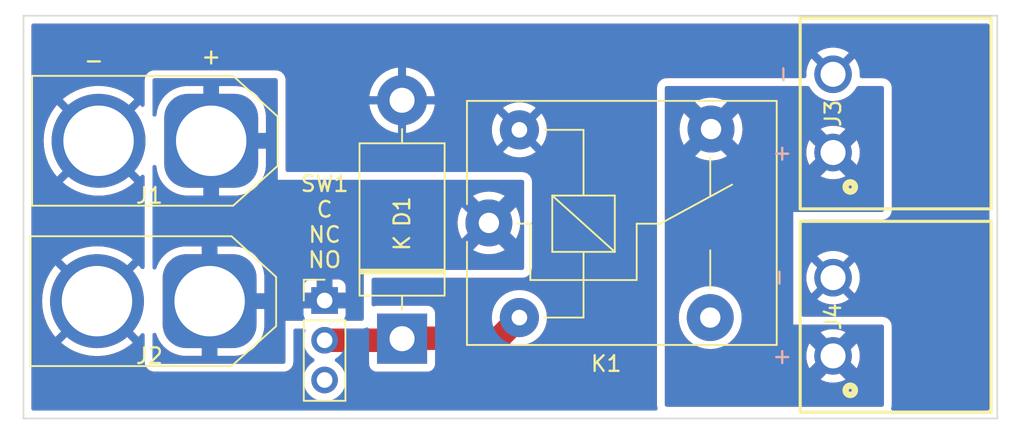
<source format=kicad_pcb>
(kicad_pcb (version 20211014) (generator pcbnew)
  (layers (0 "F.Cu" signal) (31 "B.Cu" signal) (34 "B.Paste" user) (35 "F.Paste" user) (36 "B.SilkS" user "B.Silkscreen") (37 "F.SilkS" user "F.Silkscreen") (38 "B.Mask" user) (39 "F.Mask" user) (44 "Edge.Cuts" user))
  (net 0 "")
  (net 1 "GND")
  (net 2 "Net-(K1-Pad2)")
  (net 3 "+BATT")
  (net 4 "/OUT")
  (footprint "Diode_THT:D_DO-201AD_P15.24mm_Horizontal" (layer "F.Cu") (at 102.2 75.4 90)
    (fp_text reference "D1" (at 8.12 0 90) (layer "F.SilkS"))
    (fp_text value "1N5408")
    (fp_text user "K" (at 6.12 0 90) (layer "F.SilkS"))
    (fp_line (start 1.84 0) (end 2.75 0) (layer "F.SilkS") (width 0.12))
    (fp_line (start 12.49 2.72) (end 12.49 -2.72) (layer "F.SilkS") (width 0.12))
    (fp_line (start 13.4 0) (end 12.49 0) (layer "F.SilkS") (width 0.12))
    (fp_line (start 12.49 -2.72) (end 2.75 -2.72) (layer "F.SilkS") (width 0.12))
    (fp_line (start 4.295 -2.72) (end 4.295 2.72) (layer "F.SilkS") (width 0.12))
    (fp_line (start 4.175 -2.72) (end 4.175 2.72) (layer "F.SilkS") (width 0.12))
    (fp_line (start 2.75 -2.72) (end 2.75 2.72) (layer "F.SilkS") (width 0.12))
    (fp_line (start 4.415 -2.72) (end 4.415 2.72) (layer "F.SilkS") (width 0.12))
    (fp_line (start 2.75 2.72) (end 12.49 2.72) (layer "F.SilkS") (width 0.12))
    (pad "1" thru_hole rect (at 0 0 90) (size 3.2 3.2) (drill 1.6) (layers *.Cu *.Mask) (net 2 "Net-(K1-Pad2)"))
    (pad "2" thru_hole oval (at 15.24 0 90) (size 3.2 3.2) (drill 1.6) (layers *.Cu *.Mask) (net 1 "GND"))
  )
  (footprint "Connector_PinHeader_2.54mm:PinHeader_1x03_P2.54mm_Vertical" (layer "F.Cu") (at 97.25 72.96)
    (fp_text reference "SW1" (at 0 -7.46) (layer "F.SilkS"))
    (fp_text value "BAU")
    (fp_line (start -1.33 -1.33) (end 0 -1.33) (layer "F.SilkS") (width 0.12))
    (fp_line (start 1.33 1.27) (end 1.33 6.41) (layer "F.SilkS") (width 0.12))
    (fp_line (start -1.33 6.41) (end 1.33 6.41) (layer "F.SilkS") (width 0.12))
    (fp_line (start -1.33 1.27) (end -1.33 6.41) (layer "F.SilkS") (width 0.12))
    (fp_line (start -1.33 0) (end -1.33 -1.33) (layer "F.SilkS") (width 0.12))
    (fp_line (start -1.33 1.27) (end 1.33 1.27) (layer "F.SilkS") (width 0.12))
    (pad "1" thru_hole rect (at 0 0) (size 1.7 1.7) (drill 1) (layers *.Cu *.Mask) (net 3 "+BATT"))
    (pad "2" thru_hole oval (at 0 2.54) (size 1.7 1.7) (drill 1) (layers *.Cu *.Mask) (net 2 "Net-(K1-Pad2)"))
    (pad "3" thru_hole oval (at 0 5.08) (size 1.7 1.7) (drill 1) (layers *.Cu *.Mask))
  )
  (footprint "Connector_AMASS:AMASS_XT60-M_1x02_P7.20mm_Vertical" (layer "F.Cu") (at 90 62.75 180)
    (fp_text reference "J1" (at 3.95 -3.5) (layer "F.SilkS"))
    (fp_text value "BATT")
    (fp_line (start 11.45 4.15) (end 11.45 -4.15) (layer "F.SilkS") (width 0.12))
    (fp_line (start 11.45 -4.15) (end -1.4 -4.15) (layer "F.SilkS") (width 0.12))
    (fp_line (start -1.4 4.15) (end 11.45 4.15) (layer "F.SilkS") (width 0.12))
    (fp_line (start -1.4 -4.15) (end -4.25 -1.6) (layer "F.SilkS") (width 0.12))
    (fp_line (start -4.25 1.55) (end -1.4 4.15) (layer "F.SilkS") (width 0.12))
    (fp_line (start -4.25 -1.6) (end -4.25 1.55) (layer "F.SilkS") (width 0.12))
    (pad "1" thru_hole roundrect (at 0 0 180) (size 6 6) (drill 4.5) (layers *.Cu *.Mask) (net 3 "+BATT"))
    (pad "2" thru_hole circle (at 7.2 0 180) (size 6 6) (drill 4.5) (layers *.Cu *.Mask) (net 1 "GND"))
  )
  (footprint "AREA_lib_Connector:Wuerth_batcon_691313710002" (layer "F.Cu") (at 129.75 61 90)
    (fp_text reference "J3" (at 0 0 90) (layer "F.SilkS"))
    (fp_text value "BATT")
    (fp_line (start -6.1 -2.1) (end 6.1 -2.1) (layer "F.SilkS") (width 0.2))
    (fp_line (start 6.1 -2.1) (end 6.1 10.1) (layer "F.SilkS") (width 0.2))
    (fp_line (start -6.1 10.1) (end -6.1 -2.1) (layer "F.SilkS") (width 0.2))
    (fp_line (start 6.1 10.1) (end -6.1 10.1) (layer "F.SilkS") (width 0.2))
    (fp_circle (center -4.7 1.1) (end -4.6 1.1) (layer "F.SilkS") (width 0.4) (fill none))
    (pad "1" thru_hole circle locked (at -2.5 0 90) (size 2.4 2.4) (drill 1.6) (layers *.Cu *.Mask) (net 4 "/OUT"))
    (pad "2" thru_hole circle locked (at 2.5 0 90) (size 2.4 2.4) (drill 1.6) (layers *.Cu *.Mask) (net 1 "GND"))
  )
  (footprint "Connector_AMASS:AMASS_XT60-M_1x02_P7.20mm_Vertical" (layer "F.Cu") (at 89.9 73 180)
    (fp_text reference "J2" (at 3.85 -3.5) (layer "F.SilkS"))
    (fp_text value "BATT")
    (fp_line (start -1.4 -4.15) (end -4.25 -1.6) (layer "F.SilkS") (width 0.12))
    (fp_line (start 11.45 4.15) (end 11.45 -4.15) (layer "F.SilkS") (width 0.12))
    (fp_line (start -1.4 4.15) (end 11.45 4.15) (layer "F.SilkS") (width 0.12))
    (fp_line (start -4.25 -1.6) (end -4.25 1.55) (layer "F.SilkS") (width 0.12))
    (fp_line (start 11.45 -4.15) (end -1.4 -4.15) (layer "F.SilkS") (width 0.12))
    (fp_line (start -4.25 1.55) (end -1.4 4.15) (layer "F.SilkS") (width 0.12))
    (pad "1" thru_hole roundrect (at 0 0 180) (size 6 6) (drill 4.5) (layers *.Cu *.Mask) (net 3 "+BATT"))
    (pad "2" thru_hole circle (at 7.2 0 180) (size 6 6) (drill 4.5) (layers *.Cu *.Mask) (net 1 "GND"))
  )
  (footprint "AREA_lib_Connector:Wuerth_batcon_691313710002" (layer "F.Cu") (at 129.75 74 90)
    (fp_text reference "J4" (at 0 0 90) (layer "F.SilkS"))
    (fp_text value "BATT")
    (fp_line (start 6.1 10.1) (end -6.1 10.1) (layer "F.SilkS") (width 0.2))
    (fp_line (start -6.1 10.1) (end -6.1 -2.1) (layer "F.SilkS") (width 0.2))
    (fp_line (start 6.1 -2.1) (end 6.1 10.1) (layer "F.SilkS") (width 0.2))
    (fp_line (start -6.1 -2.1) (end 6.1 -2.1) (layer "F.SilkS") (width 0.2))
    (fp_circle (center -4.7 1.1) (end -4.6 1.1) (layer "F.SilkS") (width 0.4) (fill none))
    (pad "1" thru_hole circle locked (at -2.5 0 90) (size 2.4 2.4) (drill 1.6) (layers *.Cu *.Mask) (net 4 "/OUT"))
    (pad "2" thru_hole circle locked (at 2.5 0 90) (size 2.4 2.4) (drill 1.6) (layers *.Cu *.Mask) (net 1 "GND"))
  )
  (footprint "Relay_THT:Relay_SPDT_SANYOU_SRD_Series_Form_C" (layer "F.Cu") (at 107.75 68)
    (fp_text reference "K1" (at 7.5 9) (layer "F.SilkS"))
    (fp_text value "SANYOU_SRD_Form_C")
    (fp_line (start 6.05 -5.95) (end 6.05 -1.75) (layer "F.SilkS") (width 0.12))
    (fp_line (start 2.65 0.05) (end 1.85 0.05) (layer "F.SilkS") (width 0.12))
    (fp_line (start 14.15 4.2) (end 14.15 1.75) (layer "F.SilkS") (width 0.12))
    (fp_line (start -1.4 -7.8) (end -1.4 -1.2) (layer "F.SilkS") (width 0.12))
    (fp_line (start 8.05 1.85) (end 4.05 -1.75) (layer "F.SilkS") (width 0.12))
    (fp_line (start 9.45 3.65) (end 2.65 3.65) (layer "F.SilkS") (width 0.12))
    (fp_line (start -1.4 -7.8) (end 18.4 -7.8) (layer "F.SilkS") (width 0.12))
    (fp_line (start 4.05 1.85) (end 4.05 -1.75) (layer "F.SilkS") (width 0.12))
    (fp_line (start 6.05 -5.95) (end 3.55 -5.95) (layer "F.SilkS") (width 0.12))
    (fp_line (start 14.15 -4.2) (end 14.15 -1.7) (layer "F.SilkS") (width 0.12))
    (fp_line (start 2.65 0.05) (end 2.65 3.65) (layer "F.SilkS") (width 0.12))
    (fp_line (start 18.4 -7.8) (end 18.4 7.8) (layer "F.SilkS") (width 0.12))
    (fp_line (start 6.05 1.85) (end 6.05 6.05) (layer "F.SilkS") (width 0.12))
    (fp_line (start -1.4 1.2) (end -1.4 7.8) (layer "F.SilkS") (width 0.12))
    (fp_line (start 18.4 7.8) (end -1.4 7.8) (layer "F.SilkS") (width 0.12))
    (fp_line (start 10.95 0.05) (end 15.55 -2.45) (layer "F.SilkS") (width 0.12))
    (fp_line (start 9.45 0.05) (end 10.95 0.05) (layer "F.SilkS") (width 0.12))
    (fp_line (start 8.05 1.85) (end 4.05 1.85) (layer "F.SilkS") (width 0.12))
    (fp_line (start 8.05 -1.75) (end 8.05 1.85) (layer "F.SilkS") (width 0.12))
    (fp_line (start 4.05 -1.75) (end 8.05 -1.75) (layer "F.SilkS") (width 0.12))
    (fp_line (start 3.55 6.05) (end 6.05 6.05) (layer "F.SilkS") (width 0.12))
    (fp_line (start 9.45 0.05) (end 9.45 3.65) (layer "F.SilkS") (width 0.12))
    (pad "1" thru_hole circle (at 0 0 90) (size 3 3) (drill 1.3) (layers *.Cu *.Mask) (net 3 "+BATT"))
    (pad "2" thru_hole circle (at 1.95 6.05 90) (size 2.5 2.5) (drill 1) (layers *.Cu *.Mask) (net 2 "Net-(K1-Pad2)"))
    (pad "3" thru_hole circle (at 14.15 6.05 90) (size 3 3) (drill 1.3) (layers *.Cu *.Mask))
    (pad "4" thru_hole circle (at 14.2 -6 90) (size 3 3) (drill 1.3) (layers *.Cu *.Mask) (net 4 "/OUT"))
    (pad "5" thru_hole circle (at 1.95 -5.95 90) (size 2.5 2.5) (drill 1) (layers *.Cu *.Mask) (net 1 "GND"))
  )
  (gr_rect (start 78 54.75) (end 140.25 80.5) (layer "Edge.Cuts") (width 0.1) (fill none))
  (gr_text "-" (at 126.25 71.5 90) (layer "B.SilkS") (effects (font (size 1 1))))
  (gr_text "-" (at 126.5 58.5 90) (layer "B.SilkS") (effects (font (size 1 1))))
  (gr_text "+" (at 126.5 63.5) (layer "B.SilkS") (effects (font (size 1 1))))
  (gr_text "+" (at 126.5 76.5) (layer "B.SilkS") (effects (font (size 1 1))))
  (gr_text "-" (at 82.5 57.75 180) (layer "F.SilkS") (effects (font (size 1 1))))
  (gr_text "+" (at 90 57.5 180) (layer "F.SilkS") (effects (font (size 1 1))))
  (gr_text "C\nNC\nNO" (at 97.25 68.75) (layer "F.SilkS") (effects (font (size 1 1))))
  (segment (start 102.25 75.37) (end 108.38 75.37) (width 1.5) (layer "F.Cu") (net 2))
  (segment (start 102.12 75.5) (end 102.25 75.37) (width 1.5) (layer "F.Cu") (net 2))
  (segment (start 108.38 75.37) (end 109.7 74.05) (width 1.5) (layer "F.Cu") (net 2))
  (segment (start 97.25 75.5) (end 102.12 75.5) (width 1.5) (layer "F.Cu") (net 2))
  (zone (net 3) (net_name "+BATT") (layers F&B.Cu) (priority 1) (connect_pads (clearance 0.25)) (min_thickness 0.254) (fill yes (thermal_gap 0.5) (thermal_bridge_width 1))
    (polygon (pts (xy 94.25 65.25) (xy 110 65.25) (xy 110 71) (xy 99.75 71) (xy 99.75 74.25) (xy 94.75 74.25) (xy 94.75 77) (xy 86.25 77) (xy 86.25 58.75) (xy 94.25 58.75)))
  )
  (zone (net 1) (net_name "GND") (layers F&B.Cu) (connect_pads (clearance 0.508)) (min_thickness 0.254) (fill yes (thermal_gap 0.508) (thermal_bridge_width 0.508))
    (polygon (pts (xy 141.75 82.25) (xy 76.5 82.25) (xy 76.5 53.75) (xy 141.75 53.75)))
  )
  (zone (net 4) (net_name "/OUT") (layers F&B.Cu) (priority 1) (connect_pads (clearance 0.508)) (min_thickness 0.254) (fill yes (thermal_gap 0.508) (thermal_bridge_width 1))
    (polygon (pts (xy 133 67.3) (xy 127.2 67.3) (xy 127.2 74.5) (xy 133 74.502261) (xy 133 79.75) (xy 119 79.75) (xy 119 66.25) (xy 119 66.25) (xy 119 59.25) (xy 133 59.25)))
  )
)
</source>
